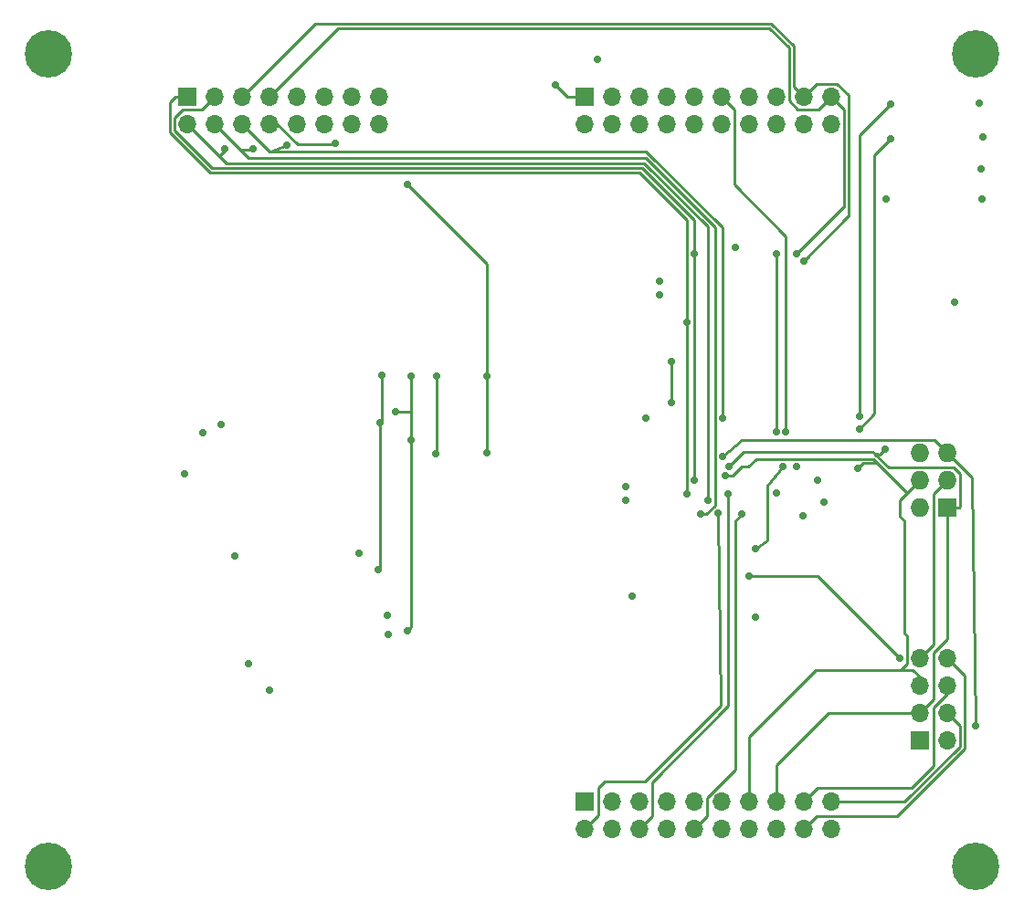
<source format=gbl>
G04 #@! TF.FileFunction,Copper,L4,Bot,Signal*
%FSLAX46Y46*%
G04 Gerber Fmt 4.6, Leading zero omitted, Abs format (unit mm)*
G04 Created by KiCad (PCBNEW 4.0.6) date Monday, August 21, 2017 'PMt' 07:13:58 PM*
%MOMM*%
%LPD*%
G01*
G04 APERTURE LIST*
%ADD10C,0.100000*%
%ADD11R,1.700000X1.700000*%
%ADD12O,1.700000X1.700000*%
%ADD13R,1.727200X1.727200*%
%ADD14O,1.727200X1.727200*%
%ADD15C,4.400000*%
%ADD16C,0.700000*%
%ADD17C,0.250000*%
G04 APERTURE END LIST*
D10*
D11*
X155702000Y-123698000D03*
D12*
X155702000Y-126238000D03*
X158242000Y-123698000D03*
X158242000Y-126238000D03*
X160782000Y-123698000D03*
X160782000Y-126238000D03*
X163322000Y-123698000D03*
X163322000Y-126238000D03*
X165862000Y-123698000D03*
X165862000Y-126238000D03*
X168402000Y-123698000D03*
X168402000Y-126238000D03*
X170942000Y-123698000D03*
X170942000Y-126238000D03*
X173482000Y-123698000D03*
X173482000Y-126238000D03*
X176022000Y-123698000D03*
X176022000Y-126238000D03*
X178562000Y-123698000D03*
X178562000Y-126238000D03*
D11*
X155702000Y-58293000D03*
D12*
X155702000Y-60833000D03*
X158242000Y-58293000D03*
X158242000Y-60833000D03*
X160782000Y-58293000D03*
X160782000Y-60833000D03*
X163322000Y-58293000D03*
X163322000Y-60833000D03*
X165862000Y-58293000D03*
X165862000Y-60833000D03*
X168402000Y-58293000D03*
X168402000Y-60833000D03*
X170942000Y-58293000D03*
X170942000Y-60833000D03*
X173482000Y-58293000D03*
X173482000Y-60833000D03*
X176022000Y-58293000D03*
X176022000Y-60833000D03*
X178562000Y-58293000D03*
X178562000Y-60833000D03*
D13*
X189357000Y-96393000D03*
D14*
X186817000Y-96393000D03*
X189357000Y-93853000D03*
X186817000Y-93853000D03*
X189357000Y-91313000D03*
X186817000Y-91313000D03*
D11*
X186817000Y-117983000D03*
D12*
X189357000Y-117983000D03*
X186817000Y-115443000D03*
X189357000Y-115443000D03*
X186817000Y-112903000D03*
X189357000Y-112903000D03*
X186817000Y-110363000D03*
X189357000Y-110363000D03*
D11*
X118872000Y-58293000D03*
D12*
X118872000Y-60833000D03*
X121412000Y-58293000D03*
X121412000Y-60833000D03*
X123952000Y-58293000D03*
X123952000Y-60833000D03*
X126492000Y-58293000D03*
X126492000Y-60833000D03*
X129032000Y-58293000D03*
X129032000Y-60833000D03*
X131572000Y-58293000D03*
X131572000Y-60833000D03*
X134112000Y-58293000D03*
X134112000Y-60833000D03*
X136652000Y-58293000D03*
X136652000Y-60833000D03*
D15*
X192000000Y-54300000D03*
X192000000Y-129700000D03*
X106000000Y-129700000D03*
X106000000Y-54300000D03*
D16*
X192300000Y-58900000D03*
X192600000Y-62000000D03*
X192500000Y-65000000D03*
X137400000Y-106400000D03*
X126500000Y-113300000D03*
X122000000Y-88700000D03*
X156900000Y-54800000D03*
X134800000Y-100600000D03*
X123300000Y-100900000D03*
X118600000Y-93300000D03*
X169672000Y-72263000D03*
X162687000Y-75438000D03*
X159512000Y-95758000D03*
X173482000Y-95013000D03*
X177892000Y-95858000D03*
X177292000Y-93853000D03*
X192532000Y-67818000D03*
X189992000Y-77343000D03*
X160147000Y-104648000D03*
X171577000Y-106553000D03*
X120300000Y-89480000D03*
X124600000Y-110900000D03*
X137500000Y-108200000D03*
X153000000Y-57200000D03*
X161417000Y-88138000D03*
X162687000Y-76708000D03*
X159512000Y-94488000D03*
X175987000Y-97128000D03*
X175387000Y-92583000D03*
X183642000Y-67818000D03*
X174382003Y-89408000D03*
X174117000Y-92583000D03*
X171577000Y-100203000D03*
X168100000Y-96900000D03*
X169037000Y-95123000D03*
X170307000Y-97028000D03*
X192000000Y-116600000D03*
X168500000Y-91700000D03*
X184100000Y-59000000D03*
X181200000Y-87900000D03*
X183600000Y-91000000D03*
X169074278Y-92625652D03*
X181000000Y-92800000D03*
X181200000Y-89100000D03*
X184100000Y-62200000D03*
X168779591Y-93476042D03*
X184912000Y-110363000D03*
X170942000Y-102743000D03*
X165186999Y-79248000D03*
X165227000Y-95123000D03*
X136600000Y-102200000D03*
X136900000Y-84100000D03*
X136800000Y-88500000D03*
X122400000Y-63100000D03*
X167132000Y-95758000D03*
X165862000Y-72898000D03*
X165862000Y-93853000D03*
X141900000Y-91400000D03*
X142000000Y-84200000D03*
X125000000Y-63100000D03*
X166497000Y-97028000D03*
X138240000Y-87520000D03*
X139300000Y-107800000D03*
X139600000Y-90100000D03*
X139600000Y-84200000D03*
X128100000Y-62800000D03*
X168500000Y-88100000D03*
X176023397Y-73534397D03*
X175387000Y-72898000D03*
X173482000Y-89408000D03*
X173482000Y-72898000D03*
X163800000Y-86700000D03*
X163800000Y-82900000D03*
X132600000Y-62600000D03*
X139300000Y-66400000D03*
X146700000Y-84200000D03*
X146700000Y-91300000D03*
D17*
X192600000Y-62000000D02*
X192500000Y-62000000D01*
X126500000Y-113300000D02*
X126500000Y-113400000D01*
X155702000Y-58293000D02*
X154093000Y-58293000D01*
X154093000Y-58293000D02*
X153000000Y-57200000D01*
X174382003Y-71258003D02*
X169577001Y-66453001D01*
X169577001Y-66453001D02*
X169577001Y-59468001D01*
X169577001Y-59468001D02*
X169251999Y-59142999D01*
X169251999Y-59142999D02*
X168402000Y-58293000D01*
X174382003Y-89408000D02*
X174382003Y-71258003D01*
X174382003Y-89408000D02*
X174382003Y-88913026D01*
X171577000Y-100203000D02*
X172627078Y-99452922D01*
X172627078Y-99452922D02*
X172627078Y-94372922D01*
X172627078Y-94372922D02*
X174117000Y-92583000D01*
X156972000Y-122428000D02*
X156972000Y-124968000D01*
X156972000Y-124968000D02*
X155702000Y-126238000D01*
X157607000Y-121793000D02*
X156972000Y-122428000D01*
X161337000Y-121793000D02*
X157607000Y-121793000D01*
X168362000Y-114768000D02*
X161337000Y-121793000D01*
X168100000Y-96900000D02*
X168362000Y-114768000D01*
X169037000Y-95123000D02*
X169037000Y-114808000D01*
X161957001Y-121887999D02*
X161957001Y-125062999D01*
X169037000Y-114808000D02*
X161957001Y-121887999D01*
X161957001Y-125062999D02*
X161631999Y-125388001D01*
X161631999Y-125388001D02*
X160782000Y-126238000D01*
X169672000Y-97663000D02*
X169672000Y-120688998D01*
X169672000Y-120688998D02*
X167037001Y-123323997D01*
X167037001Y-123323997D02*
X167037001Y-125062999D01*
X167037001Y-125062999D02*
X166711999Y-125388001D01*
X166711999Y-125388001D02*
X165862000Y-126238000D01*
X170307000Y-97028000D02*
X169672000Y-97663000D01*
X186014592Y-122428000D02*
X177292000Y-122428000D01*
X177292000Y-122428000D02*
X176022000Y-123698000D01*
X188087000Y-120355592D02*
X186014592Y-122428000D01*
X189357000Y-112903000D02*
X189357000Y-113703998D01*
X189357000Y-113703998D02*
X188087000Y-114973998D01*
X188087000Y-114973998D02*
X188087000Y-120355592D01*
X189357000Y-110363000D02*
X190982011Y-111988011D01*
X190982011Y-111988011D02*
X190982011Y-118733401D01*
X190982011Y-118733401D02*
X184652413Y-125062999D01*
X184652413Y-125062999D02*
X177197001Y-125062999D01*
X177197001Y-125062999D02*
X176871999Y-125388001D01*
X176871999Y-125388001D02*
X176022000Y-126238000D01*
X189357000Y-115443000D02*
X190532001Y-116618001D01*
X190532001Y-116618001D02*
X190532001Y-118547001D01*
X190532001Y-118547001D02*
X185381002Y-123698000D01*
X185381002Y-123698000D02*
X179764081Y-123698000D01*
X179764081Y-123698000D02*
X178562000Y-123698000D01*
X192000000Y-116600000D02*
X191657011Y-93613011D01*
X191657011Y-93613011D02*
X189357000Y-91313000D01*
X170305602Y-90124399D02*
X188168399Y-90124399D01*
X168500000Y-91700000D02*
X170305602Y-90124399D01*
X188168399Y-90124399D02*
X189357000Y-91313000D01*
X182800000Y-91400000D02*
X182623208Y-91400000D01*
X184100000Y-59000000D02*
X181200000Y-61900000D01*
X181200000Y-61900000D02*
X181200000Y-87900000D01*
X183600000Y-91000000D02*
X183111604Y-91488396D01*
X183111604Y-91488396D02*
X182888396Y-91488396D01*
X182888396Y-91488396D02*
X182800000Y-91400000D01*
X182600000Y-91400000D02*
X182600000Y-91376792D01*
X182623208Y-91400000D02*
X182600000Y-91400000D01*
X186817000Y-115443000D02*
X178357000Y-115443000D01*
X173482000Y-120318000D02*
X173482000Y-123698000D01*
X178357000Y-115443000D02*
X173482000Y-120318000D01*
X182471210Y-91248002D02*
X170451928Y-91248002D01*
X170451928Y-91248002D02*
X170371998Y-91327932D01*
X169074278Y-92625652D02*
X170371998Y-91327932D01*
X182471210Y-91248002D02*
X182600000Y-91376792D01*
X182600000Y-91376792D02*
X183887607Y-92664399D01*
X183887607Y-92664399D02*
X189927529Y-92664399D01*
X190470600Y-96393000D02*
X189357000Y-96393000D01*
X189927529Y-92664399D02*
X190545601Y-93282471D01*
X190545601Y-93282471D02*
X190545601Y-96317999D01*
X190545601Y-96317999D02*
X190470600Y-96393000D01*
X186817000Y-115443000D02*
X188087000Y-114173000D01*
X188087000Y-114173000D02*
X188087000Y-109893998D01*
X188087000Y-109893998D02*
X189357000Y-108623998D01*
X189357000Y-108623998D02*
X189357000Y-97506600D01*
X189357000Y-97506600D02*
X189357000Y-96393000D01*
X184900000Y-97200000D02*
X184900000Y-95770000D01*
X184900000Y-95770000D02*
X185628399Y-95041601D01*
X185400000Y-108100000D02*
X185400000Y-97700000D01*
X185057499Y-111442501D02*
X185600000Y-110900000D01*
X185600000Y-110900000D02*
X185600000Y-108300000D01*
X185600000Y-108300000D02*
X185400000Y-108100000D01*
X184900000Y-111442501D02*
X185057499Y-111442501D01*
X185400000Y-97700000D02*
X184900000Y-97200000D01*
X181543399Y-92256601D02*
X182843399Y-92256601D01*
X181000000Y-92800000D02*
X181543399Y-92256601D01*
X182600000Y-87700000D02*
X181200000Y-89100000D01*
X182600000Y-63700000D02*
X182600000Y-87700000D01*
X184100000Y-62200000D02*
X182600000Y-63700000D01*
X186157499Y-111442501D02*
X184900000Y-111442501D01*
X184900000Y-111442501D02*
X177157499Y-111442501D01*
X170942000Y-117658000D02*
X170942000Y-123698000D01*
X177157499Y-111442501D02*
X170942000Y-117658000D01*
X168779591Y-93476042D02*
X169413958Y-93476042D01*
X169413958Y-93476042D02*
X170266999Y-92623001D01*
X170266999Y-92623001D02*
X170901999Y-92623001D01*
X170901999Y-92623001D02*
X171617001Y-91907999D01*
X171617001Y-91907999D02*
X182494797Y-91907999D01*
X182494797Y-91907999D02*
X182843399Y-92256601D01*
X182843399Y-92256601D02*
X185628399Y-95041601D01*
X186817000Y-112903000D02*
X186817000Y-112102002D01*
X185953401Y-94716599D02*
X186817000Y-93853000D01*
X186817000Y-112102002D02*
X186157499Y-111442501D01*
X185628399Y-95041601D02*
X185953401Y-94716599D01*
X170942000Y-102743000D02*
X177292000Y-102743000D01*
X177292000Y-102743000D02*
X184912000Y-110363000D01*
X186817000Y-110363000D02*
X188087000Y-109093000D01*
X188087000Y-109093000D02*
X188087000Y-95123000D01*
X188087000Y-95123000D02*
X188493401Y-94716599D01*
X188493401Y-94716599D02*
X189357000Y-93853000D01*
X165186999Y-79248000D02*
X165186999Y-69763001D01*
X165186999Y-94177001D02*
X165186999Y-79248000D01*
X160782028Y-65358030D02*
X121021617Y-65358029D01*
X121021617Y-65358029D02*
X117246989Y-61583401D01*
X117246989Y-61583401D02*
X117246989Y-58818011D01*
X117246989Y-58818011D02*
X117772000Y-58293000D01*
X117772000Y-58293000D02*
X118872000Y-58293000D01*
X165186999Y-69763001D02*
X160782028Y-65358030D01*
X165227000Y-95123000D02*
X165227000Y-94217002D01*
X165227000Y-94217002D02*
X165186999Y-94177001D01*
X136800000Y-102000000D02*
X136800000Y-88500000D01*
X136600000Y-102200000D02*
X136800000Y-102000000D01*
X136800000Y-88500000D02*
X136900000Y-88400000D01*
X136900000Y-88400000D02*
X136900000Y-84100000D01*
X121800000Y-63800000D02*
X121800000Y-63761000D01*
X121830500Y-63830500D02*
X121800000Y-63800000D01*
X121869500Y-63830500D02*
X121830500Y-63830500D01*
X122400000Y-63300000D02*
X121869500Y-63830500D01*
X122400000Y-63100000D02*
X122400000Y-63300000D01*
X167132000Y-70359410D02*
X161230600Y-64458010D01*
X161230600Y-64458010D02*
X122497010Y-64458010D01*
X122497010Y-64458010D02*
X121800000Y-63761000D01*
X121800000Y-63761000D02*
X119721999Y-61682999D01*
X119721999Y-61682999D02*
X118872000Y-60833000D01*
X167132000Y-95758000D02*
X167132000Y-70359410D01*
X165862000Y-72898000D02*
X165862000Y-69725820D01*
X165862000Y-93853000D02*
X165862000Y-72898000D01*
X165862000Y-69725820D02*
X161044200Y-64908020D01*
X161044200Y-64908020D02*
X121208018Y-64908020D01*
X121208018Y-64908020D02*
X117696999Y-61397001D01*
X117696999Y-61397001D02*
X117696999Y-60268999D01*
X117696999Y-60268999D02*
X118497997Y-59468001D01*
X118497997Y-59468001D02*
X120236999Y-59468001D01*
X120236999Y-59468001D02*
X120562001Y-59142999D01*
X120562001Y-59142999D02*
X121412000Y-58293000D01*
X141900000Y-91400000D02*
X142000000Y-91300000D01*
X142000000Y-91300000D02*
X142000000Y-84200000D01*
X124889500Y-63210500D02*
X123789500Y-63210500D01*
X125000000Y-63100000D02*
X124889500Y-63210500D01*
X161417000Y-64008000D02*
X124587000Y-64008000D01*
X124587000Y-64008000D02*
X123789500Y-63210500D01*
X123789500Y-63210500D02*
X121412000Y-60833000D01*
X167807001Y-70398001D02*
X161417000Y-64008000D01*
X166497000Y-97028000D02*
X166991974Y-97028000D01*
X166991974Y-97028000D02*
X167807001Y-96212973D01*
X167807001Y-96212973D02*
X167807001Y-70398001D01*
X138280000Y-87480000D02*
X139600000Y-87480000D01*
X138240000Y-87520000D02*
X138280000Y-87480000D01*
X139600000Y-107500000D02*
X139600000Y-90100000D01*
X139300000Y-107800000D02*
X139600000Y-107500000D01*
X139600000Y-90100000D02*
X139600000Y-87480000D01*
X139600000Y-87480000D02*
X139600000Y-84200000D01*
X126627000Y-63373000D02*
X126492000Y-63373000D01*
X128100000Y-62800000D02*
X126627000Y-63373000D01*
X168500000Y-88100000D02*
X168482001Y-70436591D01*
X168482001Y-70436591D02*
X161418410Y-63373000D01*
X161418410Y-63373000D02*
X126492000Y-63373000D01*
X126492000Y-63373000D02*
X123952000Y-60833000D01*
X176023397Y-73534397D02*
X180147683Y-69410111D01*
X180147683Y-69410111D02*
X180187011Y-69410111D01*
X180187011Y-69410111D02*
X180187011Y-58179009D01*
X180187011Y-58179009D02*
X179126001Y-57117999D01*
X179126001Y-57117999D02*
X177197001Y-57117999D01*
X177197001Y-57117999D02*
X176871999Y-57443001D01*
X176871999Y-57443001D02*
X176022000Y-58293000D01*
X176022000Y-58293000D02*
X175107011Y-57378011D01*
X175107011Y-57378011D02*
X175107010Y-53566600D01*
X175107010Y-53566600D02*
X173033400Y-51492990D01*
X173033400Y-51492990D02*
X130752010Y-51492990D01*
X130752010Y-51492990D02*
X124801999Y-57443001D01*
X124801999Y-57443001D02*
X123952000Y-58293000D01*
X179737001Y-68587999D02*
X179697001Y-68587999D01*
X179697001Y-68587999D02*
X175387000Y-72898000D01*
X179737001Y-68587999D02*
X179737001Y-59468001D01*
X179737001Y-59468001D02*
X179411999Y-59142999D01*
X179411999Y-59142999D02*
X178562000Y-58293000D01*
X132842000Y-51943000D02*
X126492000Y-58293000D01*
X172847000Y-51943000D02*
X132842000Y-51943000D01*
X174657001Y-53753001D02*
X172847000Y-51943000D01*
X178562000Y-58293000D02*
X177386999Y-59468001D01*
X177386999Y-59468001D02*
X175457999Y-59468001D01*
X175457999Y-59468001D02*
X174657001Y-58667003D01*
X174657001Y-58667003D02*
X174657001Y-53753001D01*
X173482000Y-89408000D02*
X173482000Y-72898000D01*
X163800000Y-86700000D02*
X163800000Y-82900000D01*
X146700000Y-84200000D02*
X146700000Y-73800000D01*
X129100000Y-62700000D02*
X127233000Y-60833000D01*
X132500000Y-62700000D02*
X129100000Y-62700000D01*
X132600000Y-62600000D02*
X132500000Y-62700000D01*
X146700000Y-73800000D02*
X139300000Y-66400000D01*
X127233000Y-60833000D02*
X126492000Y-60833000D01*
X146700000Y-91300000D02*
X146700000Y-84200000D01*
M02*

</source>
